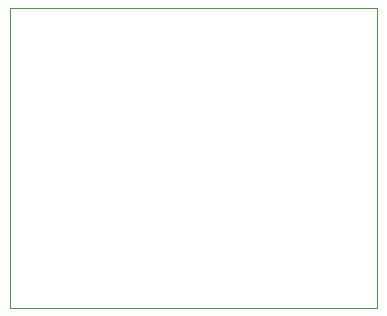
<source format=gm1>
%TF.GenerationSoftware,KiCad,Pcbnew,7.0.1-0*%
%TF.CreationDate,2023-04-04T18:33:11-07:00*%
%TF.ProjectId,ULD_Test_Board,554c445f-5465-4737-945f-426f6172642e,A*%
%TF.SameCoordinates,Original*%
%TF.FileFunction,Profile,NP*%
%FSLAX46Y46*%
G04 Gerber Fmt 4.6, Leading zero omitted, Abs format (unit mm)*
G04 Created by KiCad (PCBNEW 7.0.1-0) date 2023-04-04 18:33:11*
%MOMM*%
%LPD*%
G01*
G04 APERTURE LIST*
%TA.AperFunction,Profile*%
%ADD10C,0.101600*%
%TD*%
G04 APERTURE END LIST*
D10*
X25400000Y-25400000D02*
X56515000Y-25400000D01*
X56515000Y-50800000D02*
X25400000Y-50800000D01*
X25400000Y-50800000D02*
X25400000Y-25400000D01*
X56515000Y-25400000D02*
X56515000Y-50800000D01*
M02*

</source>
